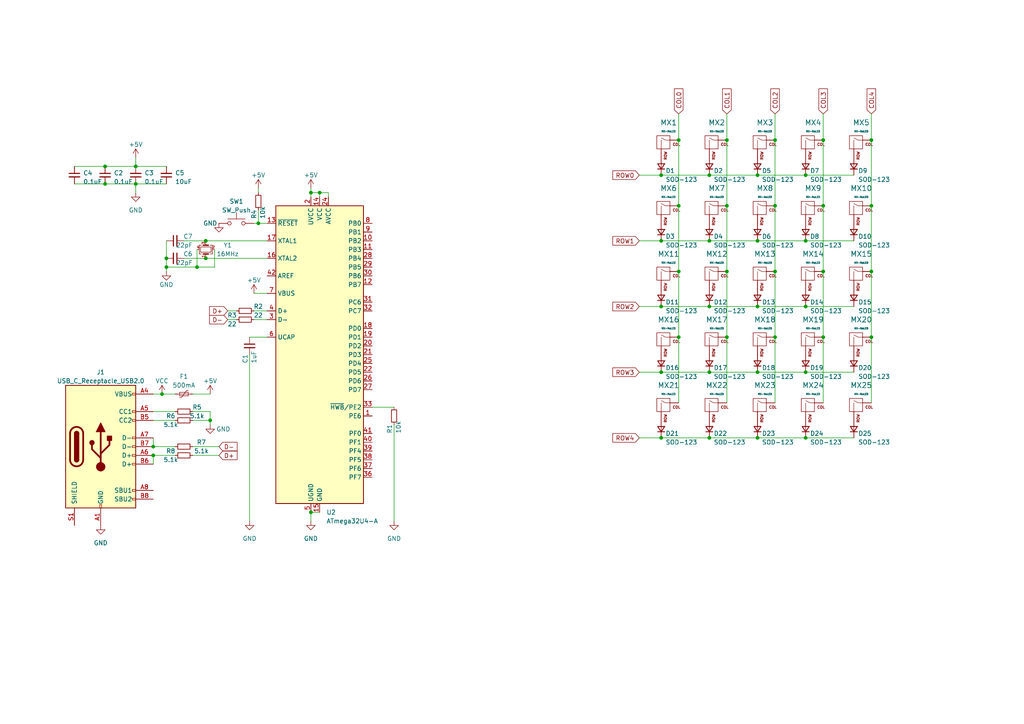
<source format=kicad_sch>
(kicad_sch (version 20230121) (generator eeschema)
  (paper "A4")
  (lib_symbols
    (symbol "Connector:USB_C_Receptacle_USB2.0" (pin_names (offset 1.016))
      (property "Reference" "J" (at -10.16 19.05 0))
      (property "Value" "USB_C_Receptacle_USB2.0" (at 19.05 19.05 0))
      (symbol "USB_C_Receptacle_USB2.0_0_0"
        (rectangle (start -0.254 -17.78) (end 0.254 -16.764))
        (rectangle (start 10.16 -14.986) (end 9.144 -15.494))
        (rectangle (start 10.16 -12.446) (end 9.144 -12.954))
        (rectangle (start 10.16 -4.826) (end 9.144 -5.334))
        (rectangle (start 10.16 -2.286) (end 9.144 -2.794))
        (rectangle (start 10.16 0.254) (end 9.144 -0.254))
        (rectangle (start 10.16 2.794) (end 9.144 2.286))
        (rectangle (start 10.16 7.874) (end 9.144 7.366))
        (rectangle (start 10.16 10.414) (end 9.144 9.906))
        (rectangle (start 10.16 15.494) (end 9.144 14.986))
      )
      (symbol "USB_C_Receptacle_USB2.0_0_1"
        (rectangle (start -10.16 17.78) (end 10.16 -17.78) (stroke (width 0.254)) (fill (type background)))
        (arc (start -8.89 -3.81) (mid -6.985 -5.7067) (end -5.08 -3.81) (stroke (width 0.508)))
        (arc (start -7.62 -3.81) (mid -6.985 -4.4423) (end -6.35 -3.81) (stroke (width 0.254)))
        (arc (start -7.62 -3.81) (mid -6.985 -4.4423) (end -6.35 -3.81) (stroke (width 0.254)) (fill (type outline)))
        (rectangle (start -7.62 -3.81) (end -6.35 3.81) (stroke (width 0.254)) (fill (type outline)))
        (arc (start -6.35 3.81) (mid -6.985 4.4423) (end -7.62 3.81) (stroke (width 0.254)))
        (arc (start -6.35 3.81) (mid -6.985 4.4423) (end -7.62 3.81) (stroke (width 0.254)) (fill (type outline)))
        (arc (start -5.08 3.81) (mid -6.985 5.7067) (end -8.89 3.81) (stroke (width 0.508)))
        (circle (center -2.54 1.143) (radius 0.635) (stroke (width 0.254)) (fill (type outline)))
        (circle (center 0 -5.842) (radius 1.27) (fill (type outline)))
        (polyline (pts (xy -8.89 -3.81) (xy -8.89 3.81)) (stroke (width 0.508)))
        (polyline (pts (xy -5.08 3.81) (xy -5.08 -3.81)) (stroke (width 0.508)))
        (polyline (pts (xy 0 -5.842) (xy 0 4.318)) (stroke (width 0.508)))
        (polyline (pts (xy 0 -3.302) (xy -2.54 -0.762) (xy -2.54 0.508)) (stroke (width 0.508)))
        (polyline (pts (xy 0 -2.032) (xy 2.54 0.508) (xy 2.54 1.778)) (stroke (width 0.508)))
        (polyline (pts (xy -1.27 4.318) (xy 0 6.858) (xy 1.27 4.318) (xy -1.27 4.318)) (stroke (width 0.254)) (fill (type outline)))
        (rectangle (start 1.905 1.778) (end 3.175 3.048) (stroke (width 0.254)) (fill (type outline)))
      )
      (symbol "USB_C_Receptacle_USB2.0_1_1"
        (pin passive line (at 0 -22.86 90) (length 5.08) (name "GND") (number "A1"))
        (pin passive line (at 0 -22.86 90) (length 5.08) hide (name "GND") (number "A12"))
        (pin passive line (at 15.24 15.24 180) (length 5.08) (name "VBUS") (number "A4"))
        (pin bidirectional line (at 15.24 10.16 180) (length 5.08) (name "CC1") (number "A5"))
        (pin bidirectional line (at 15.24 -2.54 180) (length 5.08) (name "D+") (number "A6"))
        (pin bidirectional line (at 15.24 2.54 180) (length 5.08) (name "D-") (number "A7"))
        (pin bidirectional line (at 15.24 -12.7 180) (length 5.08) (name "SBU1") (number "A8"))
        (pin passive line (at 15.24 15.24 180) (length 5.08) hide (name "VBUS") (number "A9"))
        (pin passive line (at 0 -22.86 90) (length 5.08) hide (name "GND") (number "B1"))
        (pin passive line (at 0 -22.86 90) (length 5.08) hide (name "GND") (number "B12"))
        (pin passive line (at 15.24 15.24 180) (length 5.08) hide (name "VBUS") (number "B4"))
        (pin bidirectional line (at 15.24 7.62 180) (length 5.08) (name "CC2") (number "B5"))
        (pin bidirectional line (at 15.24 -5.08 180) (length 5.08) (name "D+") (number "B6"))
        (pin bidirectional line (at 15.24 0 180) (length 5.08) (name "D-") (number "B7"))
        (pin bidirectional line (at 15.24 -15.24 180) (length 5.08) (name "SBU2") (number "B8"))
        (pin passive line (at 15.24 15.24 180) (length 5.08) hide (name "VBUS") (number "B9"))
        (pin passive line (at -7.62 -22.86 90) (length 5.08) (name "SHIELD") (number "S1"))
      )
    )
    (symbol "Device:C_Small" (pin_numbers hide) (pin_names (offset 0.254) hide)
      (property "Reference" "C" (at 0.254 1.778 0))
      (property "Value" "C_Small" (at 0.254 -2.032 0))
      (symbol "C_Small_0_1"
        (polyline (pts (xy -1.524 -0.508) (xy 1.524 -0.508)) (stroke (width 0.3302)))
        (polyline (pts (xy -1.524 0.508) (xy 1.524 0.508)) (stroke (width 0.3048)))
      )
      (symbol "C_Small_1_1"
        (pin passive line (at 0 2.54 270) (length 2.032) (name "~") (number "1"))
        (pin passive line (at 0 -2.54 90) (length 2.032) (name "~") (number "2"))
      )
    )
    (symbol "Device:Crystal_GND24_Small" (pin_names (offset 1.016) hide)
      (property "Reference" "Y" (at 1.27 4.445 0))
      (property "Value" "Crystal_GND24_Small" (at 1.27 2.54 0))
      (symbol "Crystal_GND24_Small_0_1"
        (rectangle (start -0.762 -1.524) (end 0.762 1.524))
        (polyline (pts (xy -1.27 -0.762) (xy -1.27 0.762)) (stroke (width 0.381)))
        (polyline (pts (xy 1.27 -0.762) (xy 1.27 0.762)) (stroke (width 0.381)))
        (polyline (pts (xy -1.27 -1.27) (xy -1.27 -1.905) (xy 1.27 -1.905) (xy 1.27 -1.27)))
        (polyline (pts (xy -1.27 1.27) (xy -1.27 1.905) (xy 1.27 1.905) (xy 1.27 1.27)))
      )
      (symbol "Crystal_GND24_Small_1_1"
        (pin passive line (at -2.54 0 0) (length 1.27) (name "1") (number "1"))
        (pin passive line (at 0 -2.54 90) (length 0.635) (name "2") (number "2"))
        (pin passive line (at 2.54 0 180) (length 1.27) (name "3") (number "3"))
        (pin passive line (at 0 2.54 270) (length 0.635) (name "4") (number "4"))
      )
    )
    (symbol "Device:D_Small" (pin_numbers hide) (pin_names (offset 0.254) hide)
      (property "Reference" "D" (at -1.27 2.032 0))
      (property "Value" "D_Small" (at -3.81 -2.032 0))
      (symbol "D_Small_0_1"
        (polyline (pts (xy -0.762 -1.016) (xy -0.762 1.016)) (stroke (width 0.254)))
        (polyline (pts (xy -0.762 0) (xy 0.762 0)))
        (polyline (pts (xy 0.762 -1.016) (xy -0.762 0) (xy 0.762 1.016) (xy 0.762 -1.016)) (stroke (width 0.254)))
      )
      (symbol "D_Small_1_1"
        (pin passive line (at -2.54 0 0) (length 1.778) (name "K") (number "1"))
        (pin passive line (at 2.54 0 180) (length 1.778) (name "A") (number "2"))
      )
    )
    (symbol "Device:Polyfuse_Small" (pin_numbers hide) (pin_names (offset 0))
      (property "Reference" "F" (at -1.905 0 90))
      (property "Value" "Polyfuse_Small" (at 1.905 0 90))
      (symbol "Polyfuse_Small_0_1"
        (rectangle (start -0.508 1.27) (end 0.508 -1.27))
        (polyline (pts (xy 0 2.54) (xy 0 -2.54)))
        (polyline (pts (xy -1.016 1.27) (xy -1.016 0.762) (xy 1.016 -0.762) (xy 1.016 -1.27)))
      )
      (symbol "Polyfuse_Small_1_1"
        (pin passive line (at 0 2.54 270) (length 0.635) (name "~") (number "1"))
        (pin passive line (at 0 -2.54 90) (length 0.635) (name "~") (number "2"))
      )
    )
    (symbol "Device:R_Small" (pin_numbers hide) (pin_names (offset 0.254) hide)
      (property "Reference" "R" (at 0.762 0.508 0))
      (property "Value" "R_Small" (at 0.762 -1.016 0))
      (symbol "R_Small_0_1"
        (rectangle (start -0.762 1.778) (end 0.762 -1.778) (stroke (width 0.2032)))
      )
      (symbol "R_Small_1_1"
        (pin passive line (at 0 2.54 270) (length 0.762) (name "~") (number "1"))
        (pin passive line (at 0 -2.54 90) (length 0.762) (name "~") (number "2"))
      )
    )
    (symbol "MCU_Microchip_ATmega:ATmega32U4-A"
      (property "Reference" "U" (at -12.7 44.45 0))
      (property "Value" "ATmega32U4-A" (at 2.54 -44.45 0))
      (symbol "ATmega32U4-A_0_1"
        (rectangle (start -12.7 -43.18) (end 12.7 43.18) (stroke (width 0.254)) (fill (type background)))
      )
      (symbol "ATmega32U4-A_1_1"
        (pin bidirectional line (at 15.24 -17.78 180) (length 2.54) (name "PE6") (number "1"))
        (pin bidirectional line (at 15.24 33.02 180) (length 2.54) (name "PB2") (number "10"))
        (pin bidirectional line (at 15.24 30.48 180) (length 2.54) (name "PB3") (number "11"))
        (pin bidirectional line (at 15.24 20.32 180) (length 2.54) (name "PB7") (number "12"))
        (pin input line (at -15.24 38.1 0) (length 2.54) (name "~{RESET}") (number "13"))
        (pin power_in line (at 0 45.72 270) (length 2.54) (name "VCC") (number "14"))
        (pin power_in line (at 0 -45.72 90) (length 2.54) (name "GND") (number "15"))
        (pin output line (at -15.24 27.94 0) (length 2.54) (name "XTAL2") (number "16"))
        (pin input line (at -15.24 33.02 0) (length 2.54) (name "XTAL1") (number "17"))
        (pin bidirectional line (at 15.24 7.62 180) (length 2.54) (name "PD0") (number "18"))
        (pin bidirectional line (at 15.24 5.08 180) (length 2.54) (name "PD1") (number "19"))
        (pin power_in line (at -2.54 45.72 270) (length 2.54) (name "UVCC") (number "2"))
        (pin bidirectional line (at 15.24 2.54 180) (length 2.54) (name "PD2") (number "20"))
        (pin bidirectional line (at 15.24 0 180) (length 2.54) (name "PD3") (number "21"))
        (pin bidirectional line (at 15.24 -5.08 180) (length 2.54) (name "PD5") (number "22"))
        (pin passive line (at 0 -45.72 90) (length 2.54) hide (name "GND") (number "23"))
        (pin power_in line (at 2.54 45.72 270) (length 2.54) (name "AVCC") (number "24"))
        (pin bidirectional line (at 15.24 -2.54 180) (length 2.54) (name "PD4") (number "25"))
        (pin bidirectional line (at 15.24 -7.62 180) (length 2.54) (name "PD6") (number "26"))
        (pin bidirectional line (at 15.24 -10.16 180) (length 2.54) (name "PD7") (number "27"))
        (pin bidirectional line (at 15.24 27.94 180) (length 2.54) (name "PB4") (number "28"))
        (pin bidirectional line (at 15.24 25.4 180) (length 2.54) (name "PB5") (number "29"))
        (pin bidirectional line (at -15.24 10.16 0) (length 2.54) (name "D-") (number "3"))
        (pin bidirectional line (at 15.24 22.86 180) (length 2.54) (name "PB6") (number "30"))
        (pin bidirectional line (at 15.24 15.24 180) (length 2.54) (name "PC6") (number "31"))
        (pin bidirectional line (at 15.24 12.7 180) (length 2.54) (name "PC7") (number "32"))
        (pin bidirectional line (at 15.24 -15.24 180) (length 2.54) (name "~{HWB}/PE2") (number "33"))
        (pin passive line (at 0 45.72 270) (length 2.54) hide (name "VCC") (number "34"))
        (pin passive line (at 0 -45.72 90) (length 2.54) hide (name "GND") (number "35"))
        (pin bidirectional line (at 15.24 -35.56 180) (length 2.54) (name "PF7") (number "36"))
        (pin bidirectional line (at 15.24 -33.02 180) (length 2.54) (name "PF6") (number "37"))
        (pin bidirectional line (at 15.24 -30.48 180) (length 2.54) (name "PF5") (number "38"))
        (pin bidirectional line (at 15.24 -27.94 180) (length 2.54) (name "PF4") (number "39"))
        (pin bidirectional line (at -15.24 12.7 0) (length 2.54) (name "D+") (number "4"))
        (pin bidirectional line (at 15.24 -25.4 180) (length 2.54) (name "PF1") (number "40"))
        (pin bidirectional line (at 15.24 -22.86 180) (length 2.54) (name "PF0") (number "41"))
        (pin passive line (at -15.24 22.86 0) (length 2.54) (name "AREF") (number "42"))
        (pin passive line (at 0 -45.72 90) (length 2.54) hide (name "GND") (number "43"))
        (pin passive line (at 2.54 45.72 270) (length 2.54) hide (name "AVCC") (number "44"))
        (pin passive line (at -2.54 -45.72 90) (length 2.54) (name "UGND") (number "5"))
        (pin passive line (at -15.24 5.08 0) (length 2.54) (name "UCAP") (number "6"))
        (pin input line (at -15.24 17.78 0) (length 2.54) (name "VBUS") (number "7"))
        (pin bidirectional line (at 15.24 38.1 180) (length 2.54) (name "PB0") (number "8"))
        (pin bidirectional line (at 15.24 35.56 180) (length 2.54) (name "PB1") (number "9"))
      )
    )
    (symbol "MX_Alps_Hybrid:MX-NoLED" (pin_names (offset 1.016))
      (property "Reference" "MX" (at -0.635 3.81 0))
      (property "Value" "MX-NoLED" (at -0.635 1.27 0))
      (symbol "MX-NoLED_0_0"
        (rectangle (start -2.54 2.54) (end 1.27 -1.27))
        (polyline (pts (xy -1.27 -1.27) (xy -1.27 1.27)) (stroke (width 0.127)))
        (polyline (pts (xy 1.27 1.27) (xy 0 1.27) (xy -1.27 1.905)) (stroke (width 0.127)))
        (text "COL" (at 3.175 0 0) (effects (font (size 0.762 0.762))))
        (text "ROW" (at 0 -1.905 900) (effects (font (size 0.762 0.762)) (justify right)))
      )
      (symbol "MX-NoLED_1_1"
        (pin passive line (at 3.81 1.27 180) (length 2.54) (name "COL") (number "1"))
        (pin passive line (at -1.27 -3.81 90) (length 2.54) (name "ROW") (number "2"))
      )
    )
    (symbol "Switch:SW_Push" (pin_numbers hide) (pin_names (offset 1.016) hide)
      (property "Reference" "SW" (at 1.27 2.54 0))
      (property "Value" "SW_Push" (at 0 -1.524 0))
      (symbol "SW_Push_0_1"
        (circle (center -2.032 0) (radius 0.508))
        (polyline (pts (xy 0 1.27) (xy 0 3.048)))
        (polyline (pts (xy 2.54 1.27) (xy -2.54 1.27)))
        (circle (center 2.032 0) (radius 0.508))
        (pin passive line (at -5.08 0 0) (length 2.54) (name "1") (number "1"))
        (pin passive line (at 5.08 0 180) (length 2.54) (name "2") (number "2"))
      )
    )
    (symbol "power:+5V" (power) (pin_names (offset 0))
      (property "Value" "+5V" (at 0 3.556 0))
      (symbol "+5V_0_1"
        (polyline (pts (xy -0.762 1.27) (xy 0 2.54)))
        (polyline (pts (xy 0 0) (xy 0 2.54)))
        (polyline (pts (xy 0 2.54) (xy 0.762 1.27)))
      )
      (symbol "+5V_1_1"
        (pin power_in line (at 0 0 90) (length 0) hide (name "+5V") (number "1"))
      )
    )
    (symbol "power:GND" (power) (pin_names (offset 0))
      (property "Value" "GND" (at 0 -3.81 0))
      (symbol "GND_0_1"
        (polyline (pts (xy 0 0) (xy 0 -1.27) (xy 1.27 -1.27) (xy 0 -2.54) (xy -1.27 -1.27) (xy 0 -1.27)))
      )
      (symbol "GND_1_1"
        (pin power_in line (at 0 0 270) (length 0) hide (name "GND") (number "1"))
      )
    )
    (symbol "power:VCC" (power) (pin_names (offset 0))
      (property "Value" "VCC" (at 0 3.81 0))
      (symbol "VCC_0_1"
        (polyline (pts (xy -0.762 1.27) (xy 0 2.54)))
        (polyline (pts (xy 0 0) (xy 0 2.54)))
        (polyline (pts (xy 0 2.54) (xy 0.762 1.27)))
      )
      (symbol "VCC_1_1"
        (pin power_in line (at 0 0 90) (length 0) hide (name "VCC") (number "1"))
      )
    )
  )
  (junction (at 60.96 121.92))
  (junction (at 196.85 59.69))
  (junction (at 57.15 77.47))
  (junction (at 59.69 74.93))
  (junction (at 252.73 59.69))
  (junction (at 196.85 97.79))
  (junction (at 205.74 69.85))
  (junction (at 252.73 40.64))
  (junction (at 219.71 69.85))
  (junction (at 30.48 48.26))
  (junction (at 191.77 50.8))
  (junction (at 205.74 107.95))
  (junction (at 224.79 78.74))
  (junction (at 224.79 40.64))
  (junction (at 205.74 127))
  (junction (at 238.76 97.79))
  (junction (at 39.37 53.34))
  (junction (at 46.99 114.3))
  (junction (at 90.17 148.59))
  (junction (at 210.82 59.69))
  (junction (at 44.45 129.54))
  (junction (at 39.37 48.26))
  (junction (at 219.71 127))
  (junction (at 30.48 53.34))
  (junction (at 210.82 97.79))
  (junction (at 205.74 88.9))
  (junction (at 196.85 78.74))
  (junction (at 90.17 55.88))
  (junction (at 92.71 55.88))
  (junction (at 224.79 59.69))
  (junction (at 233.68 88.9))
  (junction (at 238.76 59.69))
  (junction (at 233.68 107.95))
  (junction (at 191.77 107.95))
  (junction (at 219.71 88.9))
  (junction (at 48.26 77.47))
  (junction (at 191.77 88.9))
  (junction (at 252.73 97.79))
  (junction (at 48.26 74.93))
  (junction (at 233.68 50.8))
  (junction (at 210.82 40.64))
  (junction (at 205.74 50.8))
  (junction (at 233.68 127))
  (junction (at 74.93 64.77))
  (junction (at 191.77 127))
  (junction (at 196.85 40.64))
  (junction (at 233.68 69.85))
  (junction (at 44.45 132.08))
  (junction (at 59.69 69.85))
  (junction (at 238.76 40.64))
  (junction (at 238.76 78.74))
  (junction (at 219.71 50.8))
  (junction (at 191.77 69.85))
  (junction (at 252.73 78.74))
  (junction (at 219.71 107.95))
  (junction (at 210.82 78.74))
  (junction (at 224.79 97.79))
  (wire (pts (xy 233.68 50.8) (xy 247.65 50.8)))
  (wire (pts (xy 196.85 33.02) (xy 196.85 40.64)))
  (wire (pts (xy 73.66 90.17) (xy 77.47 90.17)))
  (wire (pts (xy 219.71 127) (xy 233.68 127)))
  (wire (pts (xy 55.88 119.38) (xy 60.96 119.38)))
  (wire (pts (xy 39.37 48.26) (xy 48.26 48.26)))
  (wire (pts (xy 90.17 148.59) (xy 92.71 148.59)))
  (wire (pts (xy 233.68 127) (xy 247.65 127)))
  (wire (pts (xy 210.82 59.69) (xy 210.82 78.74)))
  (wire (pts (xy 39.37 45.72) (xy 39.37 48.26)))
  (wire (pts (xy 238.76 97.79) (xy 238.76 116.84)))
  (wire (pts (xy 21.59 48.26) (xy 30.48 48.26)))
  (wire (pts (xy 53.34 74.93) (xy 59.69 74.93)))
  (wire (pts (xy 95.25 55.88) (xy 92.71 55.88)))
  (wire (pts (xy 196.85 97.79) (xy 196.85 116.84)))
  (wire (pts (xy 191.77 127) (xy 205.74 127)))
  (wire (pts (xy 72.39 102.87) (xy 72.39 151.13)))
  (wire (pts (xy 185.42 69.85) (xy 191.77 69.85)))
  (wire (pts (xy 39.37 53.34) (xy 48.26 53.34)))
  (wire (pts (xy 30.48 53.34) (xy 39.37 53.34)))
  (wire (pts (xy 196.85 78.74) (xy 196.85 97.79)))
  (wire (pts (xy 62.23 72.39) (xy 62.23 77.47)))
  (wire (pts (xy 44.45 132.08) (xy 44.45 134.62)))
  (wire (pts (xy 224.79 97.79) (xy 224.79 116.84)))
  (wire (pts (xy 196.85 40.64) (xy 196.85 59.69)))
  (wire (pts (xy 252.73 97.79) (xy 252.73 116.84)))
  (wire (pts (xy 48.26 69.85) (xy 48.26 74.93)))
  (wire (pts (xy 66.04 90.17) (xy 68.58 90.17)))
  (wire (pts (xy 55.88 114.3) (xy 60.96 114.3)))
  (wire (pts (xy 21.59 53.34) (xy 30.48 53.34)))
  (wire (pts (xy 55.88 121.92) (xy 60.96 121.92)))
  (wire (pts (xy 73.66 64.77) (xy 74.93 64.77)))
  (wire (pts (xy 57.15 72.39) (xy 57.15 77.47)))
  (wire (pts (xy 73.66 85.09) (xy 77.47 85.09)))
  (wire (pts (xy 205.74 69.85) (xy 219.71 69.85)))
  (wire (pts (xy 90.17 148.59) (xy 90.17 151.13)))
  (wire (pts (xy 185.42 88.9) (xy 191.77 88.9)))
  (wire (pts (xy 39.37 53.34) (xy 39.37 55.88)))
  (wire (pts (xy 92.71 55.88) (xy 92.71 57.15)))
  (wire (pts (xy 62.23 77.47) (xy 57.15 77.47)))
  (wire (pts (xy 219.71 69.85) (xy 233.68 69.85)))
  (wire (pts (xy 60.96 119.38) (xy 60.96 121.92)))
  (wire (pts (xy 48.26 78.74) (xy 48.26 77.47)))
  (wire (pts (xy 74.93 64.77) (xy 77.47 64.77)))
  (wire (pts (xy 205.74 127) (xy 219.71 127)))
  (wire (pts (xy 73.66 92.71) (xy 77.47 92.71)))
  (wire (pts (xy 233.68 88.9) (xy 247.65 88.9)))
  (wire (pts (xy 55.88 129.54) (xy 63.5 129.54)))
  (wire (pts (xy 238.76 59.69) (xy 238.76 78.74)))
  (wire (pts (xy 219.71 107.95) (xy 233.68 107.95)))
  (wire (pts (xy 48.26 77.47) (xy 57.15 77.47)))
  (wire (pts (xy 53.34 69.85) (xy 59.69 69.85)))
  (wire (pts (xy 191.77 107.95) (xy 205.74 107.95)))
  (wire (pts (xy 252.73 78.74) (xy 252.73 97.79)))
  (wire (pts (xy 107.95 118.11) (xy 114.3 118.11)))
  (wire (pts (xy 191.77 50.8) (xy 205.74 50.8)))
  (wire (pts (xy 224.79 40.64) (xy 224.79 59.69)))
  (wire (pts (xy 252.73 59.69) (xy 252.73 78.74)))
  (wire (pts (xy 219.71 88.9) (xy 233.68 88.9)))
  (wire (pts (xy 72.39 97.79) (xy 77.47 97.79)))
  (wire (pts (xy 224.79 59.69) (xy 224.79 78.74)))
  (wire (pts (xy 66.04 92.71) (xy 68.58 92.71)))
  (wire (pts (xy 205.74 88.9) (xy 219.71 88.9)))
  (wire (pts (xy 210.82 33.02) (xy 210.82 40.64)))
  (wire (pts (xy 185.42 127) (xy 191.77 127)))
  (wire (pts (xy 252.73 40.64) (xy 252.73 59.69)))
  (wire (pts (xy 44.45 114.3) (xy 46.99 114.3)))
  (wire (pts (xy 233.68 107.95) (xy 247.65 107.95)))
  (wire (pts (xy 233.68 69.85) (xy 247.65 69.85)))
  (wire (pts (xy 44.45 121.92) (xy 50.8 121.92)))
  (wire (pts (xy 44.45 119.38) (xy 50.8 119.38)))
  (wire (pts (xy 224.79 78.74) (xy 224.79 97.79)))
  (wire (pts (xy 92.71 55.88) (xy 90.17 55.88)))
  (wire (pts (xy 114.3 123.19) (xy 114.3 151.13)))
  (wire (pts (xy 219.71 50.8) (xy 233.68 50.8)))
  (wire (pts (xy 30.48 48.26) (xy 39.37 48.26)))
  (wire (pts (xy 210.82 97.79) (xy 210.82 116.84)))
  (wire (pts (xy 185.42 107.95) (xy 191.77 107.95)))
  (wire (pts (xy 196.85 59.69) (xy 196.85 78.74)))
  (wire (pts (xy 90.17 54.61) (xy 90.17 55.88)))
  (wire (pts (xy 44.45 127) (xy 44.45 129.54)))
  (wire (pts (xy 205.74 50.8) (xy 219.71 50.8)))
  (wire (pts (xy 238.76 33.02) (xy 238.76 40.64)))
  (wire (pts (xy 191.77 69.85) (xy 205.74 69.85)))
  (wire (pts (xy 74.93 60.96) (xy 74.93 64.77)))
  (wire (pts (xy 238.76 78.74) (xy 238.76 97.79)))
  (wire (pts (xy 95.25 57.15) (xy 95.25 55.88)))
  (wire (pts (xy 252.73 33.02) (xy 252.73 40.64)))
  (wire (pts (xy 90.17 55.88) (xy 90.17 57.15)))
  (wire (pts (xy 59.69 74.93) (xy 77.47 74.93)))
  (wire (pts (xy 210.82 40.64) (xy 210.82 59.69)))
  (wire (pts (xy 44.45 132.08) (xy 50.8 132.08)))
  (wire (pts (xy 205.74 107.95) (xy 219.71 107.95)))
  (wire (pts (xy 60.96 121.92) (xy 60.96 123.19)))
  (wire (pts (xy 191.77 88.9) (xy 205.74 88.9)))
  (wire (pts (xy 48.26 77.47) (xy 48.26 74.93)))
  (wire (pts (xy 238.76 40.64) (xy 238.76 59.69)))
  (wire (pts (xy 224.79 33.02) (xy 224.79 40.64)))
  (wire (pts (xy 55.88 132.08) (xy 63.5 132.08)))
  (wire (pts (xy 46.99 114.3) (xy 50.8 114.3)))
  (wire (pts (xy 44.45 129.54) (xy 50.8 129.54)))
  (wire (pts (xy 74.93 54.61) (xy 74.93 55.88)))
  (wire (pts (xy 210.82 78.74) (xy 210.82 97.79)))
  (wire (pts (xy 185.42 50.8) (xy 191.77 50.8)))
  (wire (pts (xy 59.69 69.85) (xy 77.47 69.85)))
  (global_label "COL3" (shape input) (at 238.76 33.02 90) (property "Intersheetrefs" "${INTERSHEET_REFS}" (effects hide)))
  (global_label "COL4" (shape input) (at 252.73 33.02 90) (property "Intersheetrefs" "${INTERSHEET_REFS}" (effects hide)))
  (global_label "D+" (shape input) (at 66.04 90.17 180) (property "Intersheetrefs" "${INTERSHEET_REFS}" (effects hide)))
  (global_label "COL2" (shape input) (at 224.79 33.02 90) (property "Intersheetrefs" "${INTERSHEET_REFS}" (effects hide)))
  (global_label "D-" (shape input) (at 66.04 92.71 180) (property "Intersheetrefs" "${INTERSHEET_REFS}" (effects hide)))
  (global_label "COL0" (shape input) (at 196.85 33.02 90) (property "Intersheetrefs" "${INTERSHEET_REFS}" (effects hide)))
  (global_label "ROW0" (shape input) (at 185.42 50.8 180) (property "Intersheetrefs" "${INTERSHEET_REFS}" (effects hide)))
  (global_label "D-" (shape input) (at 63.5 129.54 0) (property "Intersheetrefs" "${INTERSHEET_REFS}" (effects hide)))
  (global_label "D+" (shape input) (at 63.5 132.08 0) (property "Intersheetrefs" "${INTERSHEET_REFS}" (effects hide)))
  (global_label "ROW3" (shape input) (at 185.42 107.95 180) (property "Intersheetrefs" "${INTERSHEET_REFS}" (effects hide)))
  (global_label "COL1" (shape input) (at 210.82 33.02 90) (property "Intersheetrefs" "${INTERSHEET_REFS}" (effects hide)))
  (global_label "ROW2" (shape input) (at 185.42 88.9 180) (property "Intersheetrefs" "${INTERSHEET_REFS}" (effects hide)))
  (global_label "ROW1" (shape input) (at 185.42 69.85 180) (property "Intersheetrefs" "${INTERSHEET_REFS}" (effects hide)))
  (global_label "ROW4" (shape input) (at 185.42 127 180) (property "Intersheetrefs" "${INTERSHEET_REFS}" (effects hide)))
  (symbol (lib_id "MX_Alps_Hybrid:MX-NoLED") (at 207.01 60.96 0) (unit 1)
    (property "Reference" "MX7" (at 207.8932 54.61 0) (effects (font (size 1.524 1.524))))
    (property "Value" "MX-NoLED" (at 207.8932 57.15 0) (effects (font (size 0.508 0.508))))
    (property "Footprint" "MX_Alps_Hybrid:MX-1U-NoLED" (effects hide))
  )
  (symbol (lib_id "MX_Alps_Hybrid:MX-NoLED") (at 193.04 60.96 0) (unit 1)
    (property "Reference" "MX6" (at 193.9232 54.61 0) (effects (font (size 1.524 1.524))))
    (property "Value" "MX-NoLED" (at 193.9232 57.15 0) (effects (font (size 0.508 0.508))))
    (property "Footprint" "MX_Alps_Hybrid:MX-1U-NoLED" (effects hide))
  )
  (symbol (lib_id "Device:D_Small") (at 233.68 67.31 90) (unit 1)
    (property "Reference" "D8" (at 234.95 68.58 90) (effects (justify right)))
    (property "Value" "SOD-123" (at 234.95 71.12 90) (effects (justify right)))
    (property "Footprint" "Diode_SMD:D_SOD-123" (effects hide))
    (property "Sim.Device" "D" (effects hide))
    (property "Sim.Pins" "1=K 2=A" (effects hide))
  )
  (symbol (lib_id "Device:C_Small") (at 39.37 50.8 180) (unit 1)
    (property "Reference" "C3" (at 41.91 50.1586 0) (effects (justify right)))
    (property "Value" "0.1uF" (at 41.91 52.6986 0) (effects (justify right)))
    (property "Footprint" "Capacitor_SMD:C_0805_2012Metric" (effects hide))
  )
  (symbol (lib_id "Device:D_Small") (at 205.74 124.46 90) (unit 1)
    (property "Reference" "D22" (at 207.01 125.73 90) (effects (justify right)))
    (property "Value" "SOD-123" (at 207.01 128.27 90) (effects (justify right)))
    (property "Footprint" "Diode_SMD:D_SOD-123" (effects hide))
    (property "Sim.Device" "D" (effects hide))
    (property "Sim.Pins" "1=K 2=A" (effects hide))
  )
  (symbol (lib_id "Device:D_Small") (at 205.74 67.31 90) (unit 1)
    (property "Reference" "D4" (at 207.01 68.58 90) (effects (justify right)))
    (property "Value" "SOD-123" (at 207.01 71.12 90) (effects (justify right)))
    (property "Footprint" "Diode_SMD:D_SOD-123" (effects hide))
    (property "Sim.Device" "D" (effects hide))
    (property "Sim.Pins" "1=K 2=A" (effects hide))
  )
  (symbol (lib_id "Device:D_Small") (at 205.74 86.36 90) (unit 1)
    (property "Reference" "D12" (at 207.01 87.63 90) (effects (justify right)))
    (property "Value" "SOD-123" (at 207.01 90.17 90) (effects (justify right)))
    (property "Footprint" "Diode_SMD:D_SOD-123" (effects hide))
    (property "Sim.Device" "D" (effects hide))
    (property "Sim.Pins" "1=K 2=A" (effects hide))
  )
  (symbol (lib_id "power:+5V") (at 90.17 54.61 0) (unit 1)
    (property "Reference" "#PWR01" (effects hide))
    (property "Value" "+5V" (at 90.17 50.8 0))
  )
  (symbol (lib_id "Device:D_Small") (at 219.71 124.46 90) (unit 1)
    (property "Reference" "D23" (at 220.98 125.73 90) (effects (justify right)))
    (property "Value" "SOD-123" (at 220.98 128.27 90) (effects (justify right)))
    (property "Footprint" "Diode_SMD:D_SOD-123" (effects hide))
    (property "Sim.Device" "D" (effects hide))
    (property "Sim.Pins" "1=K 2=A" (effects hide))
  )
  (symbol (lib_id "MX_Alps_Hybrid:MX-NoLED") (at 248.92 60.96 0) (unit 1)
    (property "Reference" "MX10" (at 249.8032 54.61 0) (effects (font (size 1.524 1.524))))
    (property "Value" "MX-NoLED" (at 249.8032 57.15 0) (effects (font (size 0.508 0.508))))
    (property "Footprint" "MX_Alps_Hybrid:MX-1U-NoLED" (effects hide))
  )
  (symbol (lib_id "MX_Alps_Hybrid:MX-NoLED") (at 193.04 80.01 0) (unit 1)
    (property "Reference" "MX11" (at 193.9232 73.66 0) (effects (font (size 1.524 1.524))))
    (property "Value" "MX-NoLED" (at 193.9232 76.2 0) (effects (font (size 0.508 0.508))))
    (property "Footprint" "MX_Alps_Hybrid:MX-1U-NoLED" (effects hide))
  )
  (symbol (lib_id "MX_Alps_Hybrid:MX-NoLED") (at 193.04 99.06 0) (unit 1)
    (property "Reference" "MX16" (at 193.9232 92.71 0) (effects (font (size 1.524 1.524))))
    (property "Value" "MX-NoLED" (at 193.9232 95.25 0) (effects (font (size 0.508 0.508))))
    (property "Footprint" "MX_Alps_Hybrid:MX-1U-NoLED" (effects hide))
  )
  (symbol (lib_id "Connector:USB_C_Receptacle_USB2.0") (at 29.21 129.54 0) (unit 1)
    (property "Reference" "J1" (at 29.21 107.95 0))
    (property "Value" "USB_C_Receptacle_USB2.0" (at 29.21 110.49 0))
    (property "Footprint" "MX_Alps_Hybrid:MX-1U-NoLED" (effects hide))
    (property "Datasheet" "https://www.usb.org/sites/default/files/documents/usb_type-c.zip" (effects hide))
  )
  (symbol (lib_id "power:GND") (at 114.3 151.13 0) (unit 1)
    (property "Reference" "#PWR03" (effects hide))
    (property "Value" "GND" (at 114.3 156.21 0))
  )
  (symbol (lib_id "power:+5V") (at 73.66 85.09 0) (unit 1)
    (property "Reference" "#PWR07" (effects hide))
    (property "Value" "+5V" (at 73.66 81.28 0))
  )
  (symbol (lib_id "Device:Crystal_GND24_Small") (at 59.69 72.39 90) (unit 1)
    (property "Reference" "Y1" (at 66.04 71.12 90))
    (property "Value" "16MHz" (at 66.04 73.66 90))
    (property "Footprint" "Crystal:Crystal_SMD_3225-4Pin_3.2x2.5mm" (effects hide))
  )
  (symbol (lib_id "Device:D_Small") (at 191.77 48.26 90) (unit 1)
    (property "Reference" "D1" (at 193.04 49.53 90) (effects (justify right)))
    (property "Value" "SOD-123" (at 193.04 52.07 90) (effects (justify right)))
    (property "Footprint" "Diode_SMD:D_SOD-123" (effects hide))
    (property "Sim.Device" "D" (effects hide))
    (property "Sim.Pins" "1=K 2=A" (effects hide))
  )
  (symbol (lib_id "Device:D_Small") (at 233.68 124.46 90) (unit 1)
    (property "Reference" "D24" (at 234.95 125.73 90) (effects (justify right)))
    (property "Value" "SOD-123" (at 234.95 128.27 90) (effects (justify right)))
    (property "Footprint" "Diode_SMD:D_SOD-123" (effects hide))
    (property "Sim.Device" "D" (effects hide))
    (property "Sim.Pins" "1=K 2=A" (effects hide))
  )
  (symbol (lib_id "Device:Polyfuse_Small") (at 53.34 114.3 90) (unit 1)
    (property "Reference" "F1" (at 53.34 109.22 90))
    (property "Value" "500mA" (at 53.34 111.76 90))
    (property "Footprint" "MX_Alps_Hybrid:MX-1U-NoLED" (effects hide))
  )
  (symbol (lib_id "MX_Alps_Hybrid:MX-NoLED") (at 207.01 41.91 0) (unit 1)
    (property "Reference" "MX2" (at 207.8932 35.56 0) (effects (font (size 1.524 1.524))))
    (property "Value" "MX-NoLED" (at 207.8932 38.1 0) (effects (font (size 0.508 0.508))))
    (property "Footprint" "MX_Alps_Hybrid:MX-1U-NoLED" (effects hide))
  )
  (symbol (lib_id "Device:C_Small") (at 50.8 69.85 90) (unit 1)
    (property "Reference" "C7" (at 55.88 68.58 90) (effects (justify left)))
    (property "Value" "22pF" (at 55.88 71.12 90) (effects (justify left)))
    (property "Footprint" "Capacitor_SMD:C_0805_2012Metric" (effects hide))
  )
  (symbol (lib_id "Device:D_Small") (at 233.68 105.41 90) (unit 1)
    (property "Reference" "D19" (at 234.95 106.68 90) (effects (justify right)))
    (property "Value" "SOD-123" (at 234.95 109.22 90) (effects (justify right)))
    (property "Footprint" "Diode_SMD:D_SOD-123" (effects hide))
    (property "Sim.Device" "D" (effects hide))
    (property "Sim.Pins" "1=K 2=A" (effects hide))
  )
  (symbol (lib_id "Device:D_Small") (at 233.68 86.36 90) (unit 1)
    (property "Reference" "D14" (at 234.95 87.63 90) (effects (justify right)))
    (property "Value" "SOD-123" (at 234.95 90.17 90) (effects (justify right)))
    (property "Footprint" "Diode_SMD:D_SOD-123" (effects hide))
    (property "Sim.Device" "D" (effects hide))
    (property "Sim.Pins" "1=K 2=A" (effects hide))
  )
  (symbol (lib_id "MX_Alps_Hybrid:MX-NoLED") (at 248.92 99.06 0) (unit 1)
    (property "Reference" "MX20" (at 249.8032 92.71 0) (effects (font (size 1.524 1.524))))
    (property "Value" "MX-NoLED" (at 249.8032 95.25 0) (effects (font (size 0.508 0.508))))
    (property "Footprint" "MX_Alps_Hybrid:MX-1U-NoLED" (effects hide))
  )
  (symbol (lib_id "Device:D_Small") (at 191.77 105.41 90) (unit 1)
    (property "Reference" "D16" (at 193.04 106.68 90) (effects (justify right)))
    (property "Value" "SOD-123" (at 193.04 109.22 90) (effects (justify right)))
    (property "Footprint" "Diode_SMD:D_SOD-123" (effects hide))
    (property "Sim.Device" "D" (effects hide))
    (property "Sim.Pins" "1=K 2=A" (effects hide))
  )
  (symbol (lib_id "MX_Alps_Hybrid:MX-NoLED") (at 234.95 80.01 0) (unit 1)
    (property "Reference" "MX14" (at 235.8332 73.66 0) (effects (font (size 1.524 1.524))))
    (property "Value" "MX-NoLED" (at 235.8332 76.2 0) (effects (font (size 0.508 0.508))))
    (property "Footprint" "MX_Alps_Hybrid:MX-1U-NoLED" (effects hide))
  )
  (symbol (lib_id "Device:D_Small") (at 219.71 48.26 90) (unit 1)
    (property "Reference" "D5" (at 220.98 49.53 90) (effects (justify right)))
    (property "Value" "SOD-123" (at 220.98 52.07 90) (effects (justify right)))
    (property "Footprint" "Diode_SMD:D_SOD-123" (effects hide))
    (property "Sim.Device" "D" (effects hide))
    (property "Sim.Pins" "1=K 2=A" (effects hide))
  )
  (symbol (lib_id "MCU_Microchip_ATmega:ATmega32U4-A") (at 92.71 102.87 0) (unit 1)
    (property "Reference" "U2" (at 94.6659 148.59 0) (effects (justify left)))
    (property "Value" "ATmega32U4-A" (at 94.6659 151.13 0) (effects (justify left)))
    (property "Footprint" "Package_QFP:TQFP-44_10x10mm_P0.8mm" (effects hide))
    (property "Datasheet" "http://ww1.microchip.com/downloads/en/DeviceDoc/Atmel-7766-8-bit-AVR-ATmega16U4-32U4_Datasheet.pdf" (effects hide))
  )
  (symbol (lib_id "Device:D_Small") (at 219.71 67.31 90) (unit 1)
    (property "Reference" "D6" (at 220.98 68.58 90) (effects (justify right)))
    (property "Value" "SOD-123" (at 220.98 71.12 90) (effects (justify right)))
    (property "Footprint" "Diode_SMD:D_SOD-123" (effects hide))
    (property "Sim.Device" "D" (effects hide))
    (property "Sim.Pins" "1=K 2=A" (effects hide))
  )
  (symbol (lib_id "Device:R_Small") (at 53.34 121.92 90) (unit 1)
    (property "Reference" "R6" (at 49.53 120.65 90))
    (property "Value" "5.1k" (at 49.53 123.19 90))
    (property "Footprint" "Resistor_SMD:R_0805_2012Metric" (effects hide))
  )
  (symbol (lib_id "Device:C_Small") (at 48.26 50.8 180) (unit 1)
    (property "Reference" "C5" (at 50.8 50.1586 0) (effects (justify right)))
    (property "Value" "10uF" (at 50.8 52.6986 0) (effects (justify right)))
    (property "Footprint" "Capacitor_SMD:C_0805_2012Metric" (effects hide))
  )
  (symbol (lib_id "Device:D_Small") (at 219.71 105.41 90) (unit 1)
    (property "Reference" "D18" (at 220.98 106.68 90) (effects (justify right)))
    (property "Value" "SOD-123" (at 220.98 109.22 90) (effects (justify right)))
    (property "Footprint" "Diode_SMD:D_SOD-123" (effects hide))
    (property "Sim.Device" "D" (effects hide))
    (property "Sim.Pins" "1=K 2=A" (effects hide))
  )
  (symbol (lib_id "MX_Alps_Hybrid:MX-NoLED") (at 234.95 99.06 0) (unit 1)
    (property "Reference" "MX19" (at 235.8332 92.71 0) (effects (font (size 1.524 1.524))))
    (property "Value" "MX-NoLED" (at 235.8332 95.25 0) (effects (font (size 0.508 0.508))))
    (property "Footprint" "MX_Alps_Hybrid:MX-1U-NoLED" (effects hide))
  )
  (symbol (lib_id "MX_Alps_Hybrid:MX-NoLED") (at 193.04 41.91 0) (unit 1)
    (property "Reference" "MX1" (at 193.9232 35.56 0) (effects (font (size 1.524 1.524))))
    (property "Value" "MX-NoLED" (at 193.9232 38.1 0) (effects (font (size 0.508 0.508))))
    (property "Footprint" "MX_Alps_Hybrid:MX-1U-NoLED" (effects hide))
  )
  (symbol (lib_id "power:GND") (at 63.5 64.77 0) (unit 1)
    (property "Reference" "#PWR09" (effects hide))
    (property "Value" "GND" (at 60.96 64.77 0))
  )
  (symbol (lib_id "MX_Alps_Hybrid:MX-NoLED") (at 248.92 118.11 0) (unit 1)
    (property "Reference" "MX25" (at 249.8032 111.76 0) (effects (font (size 1.524 1.524))))
    (property "Value" "MX-NoLED" (at 249.8032 114.3 0) (effects (font (size 0.508 0.508))))
    (property "Footprint" "MX_Alps_Hybrid:MX-1U-NoLED" (effects hide))
  )
  (symbol (lib_id "Device:D_Small") (at 205.74 105.41 90) (unit 1)
    (property "Reference" "D17" (at 207.01 106.68 90) (effects (justify right)))
    (property "Value" "SOD-123" (at 207.01 109.22 90) (effects (justify right)))
    (property "Footprint" "Diode_SMD:D_SOD-123" (effects hide))
    (property "Sim.Device" "D" (effects hide))
    (property "Sim.Pins" "1=K 2=A" (effects hide))
  )
  (symbol (lib_id "Device:C_Small") (at 72.39 100.33 0) (unit 1)
    (property "Reference" "C1" (at 71.12 105.41 90) (effects (justify left)))
    (property "Value" "1uF" (at 73.66 105.41 90) (effects (justify left)))
    (property "Footprint" "Capacitor_SMD:C_0805_2012Metric" (effects hide))
  )
  (symbol (lib_id "power:GND") (at 48.26 78.74 0) (unit 1)
    (property "Reference" "#PWR08" (effects hide))
    (property "Value" "GND" (at 48.26 82.55 0))
  )
  (symbol (lib_id "Device:D_Small") (at 247.65 105.41 90) (unit 1)
    (property "Reference" "D20" (at 248.92 106.68 90) (effects (justify right)))
    (property "Value" "SOD-123" (at 248.92 109.22 90) (effects (justify right)))
    (property "Footprint" "Diode_SMD:D_SOD-123" (effects hide))
    (property "Sim.Device" "D" (effects hide))
    (property "Sim.Pins" "1=K 2=A" (effects hide))
  )
  (symbol (lib_id "Device:C_Small") (at 30.48 50.8 0) (unit 1)
    (property "Reference" "C2" (at 33.02 50.1713 0) (effects (justify left)))
    (property "Value" "0.1uF" (at 33.02 52.7113 0) (effects (justify left)))
    (property "Footprint" "Capacitor_SMD:C_0805_2012Metric" (effects hide))
  )
  (symbol (lib_id "MX_Alps_Hybrid:MX-NoLED") (at 193.04 118.11 0) (unit 1)
    (property "Reference" "MX21" (at 193.9232 111.76 0) (effects (font (size 1.524 1.524))))
    (property "Value" "MX-NoLED" (at 193.9232 114.3 0) (effects (font (size 0.508 0.508))))
    (property "Footprint" "MX_Alps_Hybrid:MX-1U-NoLED" (effects hide))
  )
  (symbol (lib_id "power:GND") (at 60.96 123.19 0) (unit 1)
    (property "Reference" "#PWR012" (effects hide))
    (property "Value" "GND" (at 64.77 124.46 0))
  )
  (symbol (lib_id "MX_Alps_Hybrid:MX-NoLED") (at 248.92 41.91 0) (unit 1)
    (property "Reference" "MX5" (at 249.8032 35.56 0) (effects (font (size 1.524 1.524))))
    (property "Value" "MX-NoLED" (at 249.8032 38.1 0) (effects (font (size 0.508 0.508))))
    (property "Footprint" "MX_Alps_Hybrid:MX-1U-NoLED" (effects hide))
  )
  (symbol (lib_id "power:GND") (at 29.21 152.4 0) (unit 1)
    (property "Reference" "#PWR013" (effects hide))
    (property "Value" "GND" (at 29.21 157.48 0))
  )
  (symbol (lib_id "Device:R_Small") (at 53.34 119.38 90) (unit 1)
    (property "Reference" "R5" (at 57.15 118.11 90))
    (property "Value" "5.1k" (at 57.15 120.65 90))
    (property "Footprint" "Resistor_SMD:R_0805_2012Metric" (effects hide))
  )
  (symbol (lib_id "Device:D_Small") (at 191.77 86.36 90) (unit 1)
    (property "Reference" "D11" (at 193.04 87.63 90) (effects (justify right)))
    (property "Value" "SOD-123" (at 193.04 90.17 90) (effects (justify right)))
    (property "Footprint" "Diode_SMD:D_SOD-123" (effects hide))
    (property "Sim.Device" "D" (effects hide))
    (property "Sim.Pins" "1=K 2=A" (effects hide))
  )
  (symbol (lib_id "MX_Alps_Hybrid:MX-NoLED") (at 207.01 99.06 0) (unit 1)
    (property "Reference" "MX17" (at 207.8932 92.71 0) (effects (font (size 1.524 1.524))))
    (property "Value" "MX-NoLED" (at 207.8932 95.25 0) (effects (font (size 0.508 0.508))))
    (property "Footprint" "MX_Alps_Hybrid:MX-1U-NoLED" (effects hide))
  )
  (symbol (lib_id "MX_Alps_Hybrid:MX-NoLED") (at 234.95 118.11 0) (unit 1)
    (property "Reference" "MX24" (at 235.8332 111.76 0) (effects (font (size 1.524 1.524))))
    (property "Value" "MX-NoLED" (at 235.8332 114.3 0) (effects (font (size 0.508 0.508))))
    (property "Footprint" "MX_Alps_Hybrid:MX-1U-NoLED" (effects hide))
  )
  (symbol (lib_id "power:VCC") (at 46.99 114.3 0) (unit 1)
    (property "Reference" "#PWR014" (effects hide))
    (property "Value" "VCC" (at 46.99 110.49 0))
  )
  (symbol (lib_id "MX_Alps_Hybrid:MX-NoLED") (at 220.98 41.91 0) (unit 1)
    (property "Reference" "MX3" (at 221.8632 35.56 0) (effects (font (size 1.524 1.524))))
    (property "Value" "MX-NoLED" (at 221.8632 38.1 0) (effects (font (size 0.508 0.508))))
    (property "Footprint" "MX_Alps_Hybrid:MX-1U-NoLED" (effects hide))
  )
  (symbol (lib_id "Device:R_Small") (at 53.34 129.54 90) (unit 1)
    (property "Reference" "R7" (at 58.42 128.27 90))
    (property "Value" "5.1k" (at 58.42 130.81 90))
    (property "Footprint" "Resistor_SMD:R_0805_2012Metric" (effects hide))
  )
  (symbol (lib_id "Device:R_Small") (at 53.34 132.08 90) (unit 1)
    (property "Reference" "R8" (at 49.53 130.81 90))
    (property "Value" "5.1k" (at 49.53 133.35 90))
    (property "Footprint" "Resistor_SMD:R_0805_2012Metric" (effects hide))
  )
  (symbol (lib_id "power:GND") (at 72.39 151.13 0) (unit 1)
    (property "Reference" "#PWR04" (effects hide))
    (property "Value" "GND" (at 72.39 156.21 0))
  )
  (symbol (lib_id "power:+5V") (at 39.37 45.72 0) (unit 1)
    (property "Reference" "#PWR06" (effects hide))
    (property "Value" "+5V" (at 39.37 41.91 0))
  )
  (symbol (lib_id "power:GND") (at 90.17 151.13 0) (unit 1)
    (property "Reference" "#PWR02" (effects hide))
    (property "Value" "GND" (at 90.17 156.21 0))
  )
  (symbol (lib_id "MX_Alps_Hybrid:MX-NoLED") (at 234.95 60.96 0) (unit 1)
    (property "Reference" "MX9" (at 235.8332 54.61 0) (effects (font (size 1.524 1.524))))
    (property "Value" "MX-NoLED" (at 235.8332 57.15 0) (effects (font (size 0.508 0.508))))
    (property "Footprint" "MX_Alps_Hybrid:MX-1U-NoLED" (effects hide))
  )
  (symbol (lib_id "power:+5V") (at 74.93 54.61 0) (unit 1)
    (property "Reference" "#PWR010" (effects hide))
    (property "Value" "+5V" (at 74.93 50.8 0))
  )
  (symbol (lib_id "MX_Alps_Hybrid:MX-NoLED") (at 220.98 80.01 0) (unit 1)
    (property "Reference" "MX13" (at 221.8632 73.66 0) (effects (font (size 1.524 1.524))))
    (property "Value" "MX-NoLED" (at 221.8632 76.2 0) (effects (font (size 0.508 0.508))))
    (property "Footprint" "MX_Alps_Hybrid:MX-1U-NoLED" (effects hide))
  )
  (symbol (lib_id "Device:R_Small") (at 74.93 58.42 0) (unit 1)
    (property "Reference" "R4" (at 73.66 63.5 90) (effects (justify left)))
    (property "Value" "10k" (at 76.2 63.5 90) (effects (justify left)))
    (property "Footprint" "Resistor_SMD:R_0805_2012Metric" (effects hide))
  )
  (symbol (lib_id "Device:D_Small") (at 205.74 48.26 90) (unit 1)
    (property "Reference" "D2" (at 207.01 49.53 90) (effects (justify right)))
    (property "Value" "SOD-123" (at 207.01 52.07 90) (effects (justify right)))
    (property "Footprint" "Diode_SMD:D_SOD-123" (effects hide))
    (property "Sim.Device" "D" (effects hide))
    (property "Sim.Pins" "1=K 2=A" (effects hide))
  )
  (symbol (lib_id "Device:D_Small") (at 191.77 67.31 90) (unit 1)
    (property "Reference" "D3" (at 193.04 68.58 90) (effects (justify right)))
    (property "Value" "SOD-123" (at 193.04 71.12 90) (effects (justify right)))
    (property "Footprint" "Diode_SMD:D_SOD-123" (effects hide))
    (property "Sim.Device" "D" (effects hide))
    (property "Sim.Pins" "1=K 2=A" (effects hide))
  )
  (symbol (lib_id "Device:D_Small") (at 219.71 86.36 90) (unit 1)
    (property "Reference" "D13" (at 220.98 87.63 90) (effects (justify right)))
    (property "Value" "SOD-123" (at 220.98 90.17 90) (effects (justify right)))
    (property "Footprint" "Diode_SMD:D_SOD-123" (effects hide))
    (property "Sim.Device" "D" (effects hide))
    (property "Sim.Pins" "1=K 2=A" (effects hide))
  )
  (symbol (lib_id "Device:R_Small") (at 71.12 90.17 270) (unit 1)
    (property "Reference" "R2" (at 74.93 88.9 90))
    (property "Value" "22" (at 74.93 91.44 90))
    (property "Footprint" "Resistor_SMD:R_0805_2012Metric" (effects hide))
  )
  (symbol (lib_id "Device:D_Small") (at 247.65 67.31 90) (unit 1)
    (property "Reference" "D10" (at 248.92 68.58 90) (effects (justify right)))
    (property "Value" "SOD-123" (at 248.92 71.12 90) (effects (justify right)))
    (property "Footprint" "Diode_SMD:D_SOD-123" (effects hide))
    (property "Sim.Device" "D" (effects hide))
    (property "Sim.Pins" "1=K 2=A" (effects hide))
  )
  (symbol (lib_id "Device:R_Small") (at 114.3 120.65 0) (unit 1)
    (property "Reference" "R1" (at 113.03 125.73 90) (effects (justify left)))
    (property "Value" "10k" (at 115.57 125.73 90) (effects (justify left)))
    (property "Footprint" "Resistor_SMD:R_0805_2012Metric" (effects hide))
  )
  (symbol (lib_id "MX_Alps_Hybrid:MX-NoLED") (at 220.98 60.96 0) (unit 1)
    (property "Reference" "MX8" (at 221.8632 54.61 0) (effects (font (size 1.524 1.524))))
    (property "Value" "MX-NoLED" (at 221.8632 57.15 0) (effects (font (size 0.508 0.508))))
    (property "Footprint" "MX_Alps_Hybrid:MX-1U-NoLED" (effects hide))
  )
  (symbol (lib_id "MX_Alps_Hybrid:MX-NoLED") (at 234.95 41.91 0) (unit 1)
    (property "Reference" "MX4" (at 235.8332 35.56 0) (effects (font (size 1.524 1.524))))
    (property "Value" "MX-NoLED" (at 235.8332 38.1 0) (effects (font (size 0.508 0.508))))
    (property "Footprint" "MX_Alps_Hybrid:MX-1U-NoLED" (effects hide))
  )
  (symbol (lib_id "Device:D_Small") (at 247.65 86.36 90) (unit 1)
    (property "Reference" "D15" (at 248.92 87.63 90) (effects (justify right)))
    (property "Value" "SOD-123" (at 248.92 90.17 90) (effects (justify right)))
    (property "Footprint" "Diode_SMD:D_SOD-123" (effects hide))
    (property "Sim.Device" "D" (effects hide))
    (property "Sim.Pins" "1=K 2=A" (effects hide))
  )
  (symbol (lib_id "Device:R_Small") (at 71.12 92.71 90) (unit 1)
    (property "Reference" "R3" (at 67.31 91.44 90))
    (property "Value" "22" (at 67.31 93.98 90))
    (property "Footprint" "Resistor_SMD:R_0805_2012Metric" (effects hide))
  )
  (symbol (lib_id "Device:D_Small") (at 233.68 48.26 90) (unit 1)
    (property "Reference" "D7" (at 234.95 49.53 90) (effects (justify right)))
    (property "Value" "SOD-123" (at 234.95 52.07 90) (effects (justify right)))
    (property "Footprint" "Diode_SMD:D_SOD-123" (effects hide))
    (property "Sim.Device" "D" (effects hide))
    (property "Sim.Pins" "1=K 2=A" (effects hide))
  )
  (symbol (lib_id "Device:C_Small") (at 21.59 50.8 0) (unit 1)
    (property "Reference" "C4" (at 24.13 50.1713 0) (effects (justify left)))
    (property "Value" "0.1uF" (at 24.13 52.7113 0) (effects (justify left)))
    (property "Footprint" "Capacitor_SMD:C_0805_2012Metric" (effects hide))
  )
  (symbol (lib_id "MX_Alps_Hybrid:MX-NoLED") (at 207.01 80.01 0) (unit 1)
    (property "Reference" "MX12" (at 207.8932 73.66 0) (effects (font (size 1.524 1.524))))
    (property "Value" "MX-NoLED" (at 207.8932 76.2 0) (effects (font (size 0.508 0.508))))
    (property "Footprint" "MX_Alps_Hybrid:MX-1U-NoLED" (effects hide))
  )
  (symbol (lib_id "MX_Alps_Hybrid:MX-NoLED") (at 248.92 80.01 0) (unit 1)
    (property "Reference" "MX15" (at 249.8032 73.66 0) (effects (font (size 1.524 1.524))))
    (property "Value" "MX-NoLED" (at 249.8032 76.2 0) (effects (font (size 0.508 0.508))))
    (property "Footprint" "MX_Alps_Hybrid:MX-1U-NoLED" (effects hide))
  )
  (symbol (lib_id "Device:D_Small") (at 247.65 48.26 90) (unit 1)
    (property "Reference" "D9" (at 248.92 49.53 90) (effects (justify right)))
    (property "Value" "SOD-123" (at 248.92 52.07 90) (effects (justify right)))
    (property "Footprint" "Diode_SMD:D_SOD-123" (effects hide))
    (property "Sim.Device" "D" (effects hide))
    (property "Sim.Pins" "1=K 2=A" (effects hide))
  )
  (symbol (lib_id "Switch:SW_Push") (at 68.58 64.77 0) (unit 1)
    (property "Reference" "SW1" (at 68.58 58.42 0))
    (property "Value" "SW_Push" (at 68.58 60.96 0))
    (property "Footprint" "random-keyboard-parts:SKQG-1155865" (effects hide))
  )
  (symbol (lib_id "Device:C_Small") (at 50.8 74.93 270) (unit 1)
    (property "Reference" "C6" (at 55.88 73.66 90) (effects (justify right)))
    (property "Value" "22pF" (at 55.88 76.2 90) (effects (justify right)))
    (property "Footprint" "Capacitor_SMD:C_0805_2012Metric" (effects hide))
  )
  (symbol (lib_id "MX_Alps_Hybrid:MX-NoLED") (at 220.98 99.06 0) (unit 1)
    (property "Reference" "MX18" (at 221.8632 92.71 0) (effects (font (size 1.524 1.524))))
    (property "Value" "MX-NoLED" (at 221.8632 95.25 0) (effects (font (size 0.508 0.508))))
    (property "Footprint" "MX_Alps_Hybrid:MX-1U-NoLED" (effects hide))
  )
  (symbol (lib_id "power:+5V") (at 60.96 114.3 0) (unit 1)
    (property "Reference" "#PWR011" (effects hide))
    (property "Value" "+5V" (at 60.96 110.49 0))
  )
  (symbol (lib_id "Device:D_Small") (at 247.65 124.46 90) (unit 1)
    (property "Reference" "D25" (at 248.92 125.73 90) (effects (justify right)))
    (property "Value" "SOD-123" (at 248.92 128.27 90) (effects (justify right)))
    (property "Footprint" "Diode_SMD:D_SOD-123" (effects hide))
    (property "Sim.Device" "D" (effects hide))
    (property "Sim.Pins" "1=K 2=A" (effects hide))
  )
  (symbol (lib_id "power:GND") (at 39.37 55.88 0) (unit 1)
    (property "Reference" "#PWR05" (effects hide))
    (property "Value" "GND" (at 39.37 60.96 0))
  )
  (symbol (lib_id "MX_Alps_Hybrid:MX-NoLED") (at 220.98 118.11 0) (unit 1)
    (property "Reference" "MX23" (at 221.8632 111.76 0) (effects (font (size 1.524 1.524))))
    (property "Value" "MX-NoLED" (at 221.8632 114.3 0) (effects (font (size 0.508 0.508))))
    (property "Footprint" "MX_Alps_Hybrid:MX-1U-NoLED" (effects hide))
  )
  (symbol (lib_id "Device:D_Small") (at 191.77 124.46 90) (unit 1)
    (property "Reference" "D21" (at 193.04 125.73 90) (effects (justify right)))
    (property "Value" "SOD-123" (at 193.04 128.27 90) (effects (justify right)))
    (property "Footprint" "Diode_SMD:D_SOD-123" (effects hide))
    (property "Sim.Device" "D" (effects hide))
    (property "Sim.Pins" "1=K 2=A" (effects hide))
  )
  (symbol (lib_id "MX_Alps_Hybrid:MX-NoLED") (at 207.01 118.11 0) (unit 1)
    (property "Reference" "MX22" (at 207.8932 111.76 0) (effects (font (size 1.524 1.524))))
    (property "Value" "MX-NoLED" (at 207.8932 114.3 0) (effects (font (size 0.508 0.508))))
    (property "Footprint" "MX_Alps_Hybrid:MX-1U-NoLED" (effects hide))
  )
)
</source>
